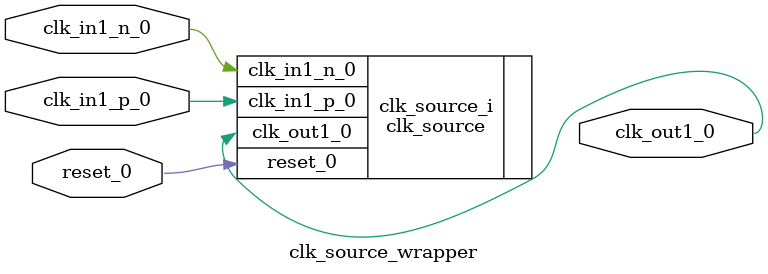
<source format=v>
`timescale 1 ps / 1 ps

module clk_source_wrapper
   (clk_in1_n_0,
    clk_in1_p_0,
    clk_out1_0,
    reset_0);
  input clk_in1_n_0;
  input clk_in1_p_0;
  output clk_out1_0;
  input reset_0;

  wire clk_in1_n_0;
  wire clk_in1_p_0;
  wire clk_out1_0;
  wire reset_0;

  clk_source clk_source_i
       (.clk_in1_n_0(clk_in1_n_0),
        .clk_in1_p_0(clk_in1_p_0),
        .clk_out1_0(clk_out1_0),
        .reset_0(reset_0));
endmodule

</source>
